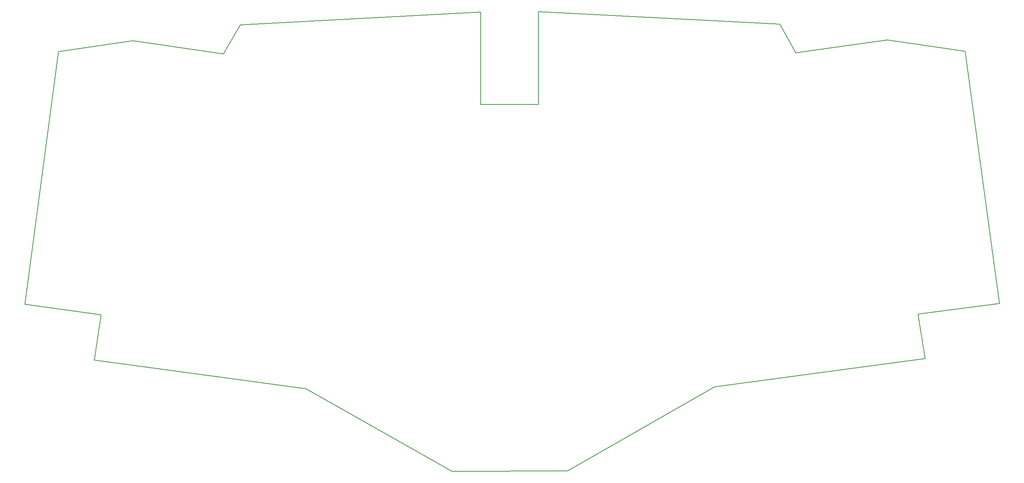
<source format=gbr>
G04 #@! TF.GenerationSoftware,KiCad,Pcbnew,7.0.1-0*
G04 #@! TF.CreationDate,2023-06-03T13:21:35+09:00*
G04 #@! TF.ProjectId,cool536lc,636f6f6c-3533-4366-9c63-2e6b69636164,rev?*
G04 #@! TF.SameCoordinates,Original*
G04 #@! TF.FileFunction,Profile,NP*
%FSLAX46Y46*%
G04 Gerber Fmt 4.6, Leading zero omitted, Abs format (unit mm)*
G04 Created by KiCad (PCBNEW 7.0.1-0) date 2023-06-03 13:21:35*
%MOMM*%
%LPD*%
G01*
G04 APERTURE LIST*
G04 #@! TA.AperFunction,Profile*
%ADD10C,0.150000*%
G04 #@! TD*
G04 APERTURE END LIST*
D10*
X91680000Y-163370000D02*
X71420000Y-160390000D01*
X95496525Y-156866198D02*
X91680000Y-163370000D01*
X220150000Y-163160000D02*
X240700000Y-160220000D01*
X220150000Y-163160000D02*
X216556525Y-156696198D01*
X142996525Y-257066198D02*
X110230000Y-238530000D01*
X201940000Y-238120000D02*
X168926525Y-257016198D01*
X216556525Y-156696198D02*
X162436525Y-153906198D01*
X247556525Y-221826198D02*
X249206525Y-231746198D01*
X47126525Y-219616198D02*
X54696525Y-162836198D01*
X149456525Y-153936198D02*
X95496525Y-156866198D01*
X265866525Y-219426198D02*
X258116525Y-162756198D01*
X258116525Y-162756198D02*
X240700000Y-160220000D01*
X142996525Y-257066198D02*
X168926525Y-257016198D01*
X71420000Y-160390000D02*
X54696525Y-162836198D01*
X62786525Y-232096198D02*
X110230000Y-238530000D01*
X47126525Y-219616198D02*
X64266525Y-221926198D01*
X265866525Y-219426198D02*
X247556525Y-221826198D01*
X64266525Y-221926198D02*
X62786525Y-232096198D01*
X201940000Y-238120000D02*
X249206525Y-231746198D01*
X162436525Y-153906198D02*
X162436525Y-174706198D01*
X149446525Y-174706198D02*
X149456525Y-153936198D01*
X162436525Y-174706198D02*
X149446525Y-174706198D01*
M02*

</source>
